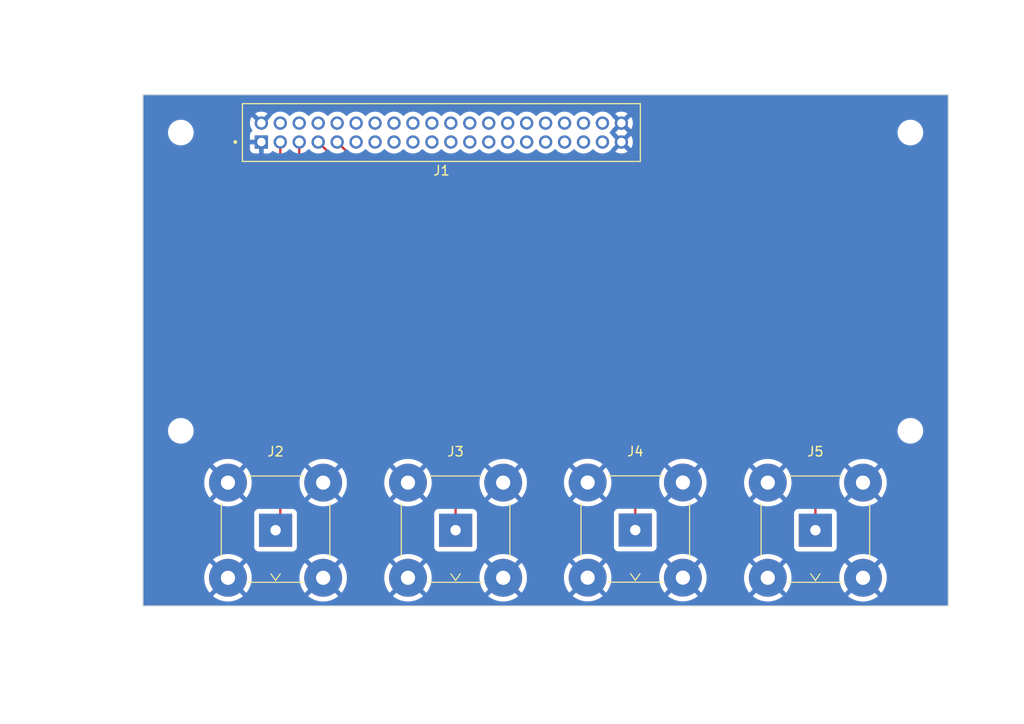
<source format=kicad_pcb>
(kicad_pcb (version 20221018) (generator pcbnew)
  (layers (0 "F.Cu" signal) (31 "B.Cu" signal) (34 "B.Paste" user) (35 "F.Paste" user) (36 "B.SilkS" user "B.Silkscreen") (37 "F.SilkS" user "F.Silkscreen") (38 "B.Mask" user) (39 "F.Mask" user) (44 "Edge.Cuts" user))
  (net 0 "")
  (net 1 "HD_GPIO_0")
  (net 2 "GND")
  (net 3 "HD_GPIO_1")
  (net 4 "HD_GPIO_2")
  (net 5 "HD_GPIO_3")
  (net 6 "HD_GPIO_4")
  (net 7 "HD_GPIO_5")
  (net 8 "HD_GPIO_6")
  (net 9 "HD_GPIO_7")
  (net 10 "POWER_PB_B")
  (net 11 "PS_POR_PB_B")
  (net 12 "MIO38_SPI0_SCLK")
  (net 13 "MIO42_SPI0_MISO")
  (net 14 "MIO41_SPI0_CS")
  (net 15 "MIO43_SPI0_MOSI")
  (net 16 "LSEXP_I2C0_SCL")
  (net 17 "HD_GPIO_9")
  (net 18 "HD_GPIO_10")
  (net 19 "LSEXP_I2C0_SDA")
  (net 20 "LSEXP_I2C1_SCL")
  (net 21 "HD_GPIO_11")
  (net 22 "LSEXP_I2C1_SDA")
  (net 23 "HD_GPIO_12")
  (net 24 "MIO45_PS_GPIO1_5")
  (net 25 "MIO37_PS_GPIO1_1")
  (net 26 "MIO40_PS_GPIO1_3")
  (net 27 "HD_GPIO_13")
  (net 28 "HD_GPIO_14")
  (net 29 "HD_GPIO_15")
  (net 30 "HD_GPIO_8")
  (net 31 "VCC_PSAUX")
  (net 32 "VSYS_IN")
  (net 33 "VCC_5V0")
  (net 34 "MIO36_PS_GPIO1_5")
  (net 35 "MIO39_PS_GPIO1_3")
  (net 36 "MIO44_PS_GPIO1_1")
  (footprint "models:AMPHENOL_98414-G06-40ULF" (layer "F.Cu") (at 111.5 90)
    (fp_text reference "J1" (at 0.01 4.02 -360) (layer "F.SilkS"))
    (fp_text value "98414-G06-40ULF")
    (fp_line (start -21 -3.05) (end 21 -3.05) (stroke (width 0.127)) (layer "F.SilkS"))
    (fp_line (start -21 3.05) (end -21 -3.05) (stroke (width 0.127)) (layer "F.SilkS"))
    (fp_line (start 21 -3.05) (end 21 3.05) (stroke (width 0.127)) (layer "F.SilkS"))
    (fp_line (start 21 3.05) (end -21 3.05) (stroke (width 0.127)) (layer "F.SilkS"))
    (fp_circle (center -21.75 1) (end -21.65 1) (stroke (width 0.2)) (fill none) (layer "F.SilkS"))
    (pad "A01" thru_hole rect (at -19 1) (size 1.408 1.408) (drill 0.9) (layers "*.Cu" "*.Mask") (net 2 "GND"))
    (pad "A02" thru_hole circle (at -17 1) (size 1.408 1.408) (drill 0.9) (layers "*.Cu" "*.Mask") (net 1 "HD_GPIO_0"))
    (pad "A03" thru_hole circle (at -15 1) (size 1.408 1.408) (drill 0.9) (layers "*.Cu" "*.Mask") (net 3 "HD_GPIO_1"))
    (pad "A04" thru_hole circle (at -13 1) (size 1.408 1.408) (drill 0.9) (layers "*.Cu" "*.Mask") (net 4 "HD_GPIO_2"))
    (pad "A05" thru_hole circle (at -11 1) (size 1.408 1.408) (drill 0.9) (layers "*.Cu" "*.Mask") (net 5 "HD_GPIO_3"))
    (pad "A06" thru_hole circle (at -9 1) (size 1.408 1.408) (drill 0.9) (layers "*.Cu" "*.Mask") (net 6 "HD_GPIO_4"))
    (pad "A07" thru_hole circle (at -7 1) (size 1.408 1.408) (drill 0.9) (layers "*.Cu" "*.Mask") (net 7 "HD_GPIO_5"))
    (pad "A08" thru_hole circle (at -5 1) (size 1.408 1.408) (drill 0.9) (layers "*.Cu" "*.Mask") (net 16 "LSEXP_I2C0_SCL"))
    (pad "A09" thru_hole circle (at -3 1) (size 1.408 1.408) (drill 0.9) (layers "*.Cu" "*.Mask") (net 19 "LSEXP_I2C0_SDA"))
    (pad "A10" thru_hole circle (at -1 1) (size 1.408 1.408) (drill 0.9) (layers "*.Cu" "*.Mask") (net 20 "LSEXP_I2C1_SCL"))
    (pad "A11" thru_hole circle (at 1 1) (size 1.408 1.408) (drill 0.9) (layers "*.Cu" "*.Mask") (net 22 "LSEXP_I2C1_SDA"))
    (pad "A12" thru_hole circle (at 3 1) (size 1.408 1.408) (drill 0.9) (layers "*.Cu" "*.Mask") (net 34 "MIO36_PS_GPIO1_5"))
    (pad "A13" thru_hole circle (at 5 1) (size 1.408 1.408) (drill 0.9) (layers "*.Cu" "*.Mask") (net 35 "MIO39_PS_GPIO1_3"))
    (pad "A14" thru_hole circle (at 7 1) (size 1.408 1.408) (drill 0.9) (layers "*.Cu" "*.Mask") (net 36 "MIO44_PS_GPIO1_1"))
    (pad "A15" thru_hole circle (at 9 1) (size 1.408 1.408) (drill 0.9) (layers "*.Cu" "*.Mask") (net 8 "HD_GPIO_6"))
    (pad "A16" thru_hole circle (at 11 1) (size 1.408 1.408) (drill 0.9) (layers "*.Cu" "*.Mask") (net 9 "HD_GPIO_7"))
    (pad "A17" thru_hole circle (at 13 1) (size 1.408 1.408) (drill 0.9) (layers "*.Cu" "*.Mask") (net 30 "HD_GPIO_8"))
    (pad "A18" thru_hole circle (at 15 1) (size 1.408 1.408) (drill 0.9) (layers "*.Cu" "*.Mask") (net 31 "VCC_PSAUX"))
    (pad "A19" thru_hole circle (at 17 1) (size 1.408 1.408) (drill 0.9) (layers "*.Cu" "*.Mask") (net 33 "VCC_5V0"))
    (pad "A20" thru_hole circle (at 19 1) (size 1.408 1.408) (drill 0.9) (layers "*.Cu" "*.Mask") (net 2 "GND"))
    (pad "B01" thru_hole circle (at -19 -1) (size 1.408 1.408) (drill 0.9) (layers "*.Cu" "*.Mask") (net 2 "GND"))
    (pad "B02" thru_hole circle (at -17 -1) (size 1.408 1.408) (drill 0.9) (layers "*.Cu" "*.Mask") (net 10 "POWER_PB_B"))
    (pad "B03" thru_hole circle (at -15 -1) (size 1.408 1.408) (drill 0.9) (layers "*.Cu" "*.Mask") (net 11 "PS_POR_PB_B"))
    (pad "B04" thru_hole circle (at -13 -1) (size 1.408 1.408) (drill 0.9) (layers "*.Cu" "*.Mask") (net 12 "MIO38_SPI0_SCLK"))
    (pad "B05" thru_hole circle (at -11 -1) (size 1.408 1.408) (drill 0.9) (layers "*.Cu" "*.Mask") (net 13 "MIO42_SPI0_MISO"))
    (pad "B06" thru_hole circle (at -9 -1) (size 1.408 1.408) (drill 0.9) (layers "*.Cu" "*.Mask") (net 14 "MIO41_SPI0_CS"))
    (pad "B07" thru_hole circle (at -7 -1) (size 1.408 1.408) (drill 0.9) (layers "*.Cu" "*.Mask") (net 15 "MIO43_SPI0_MOSI"))
    (pad "B08" thru_hole circle (at -5 -1) (size 1.408 1.408) (drill 0.9) (layers "*.Cu" "*.Mask") (net 17 "HD_GPIO_9"))
    (pad "B09" thru_hole circle (at -3 -1) (size 1.408 1.408) (drill 0.9) (layers "*.Cu" "*.Mask") (net 18 "HD_GPIO_10"))
    (pad "B10" thru_hole circle (at -1 -1) (size 1.408 1.408) (drill 0.9) (layers "*.Cu" "*.Mask") (net 21 "HD_GPIO_11"))
    (pad "B11" thru_hole circle (at 1 -1) (size 1.408 1.408) (drill 0.9) (layers "*.Cu" "*.Mask") (net 23 "HD_GPIO_12"))
    (pad "B12" thru_hole circle (at 3 -1) (size 1.408 1.408) (drill 0.9) (layers "*.Cu" "*.Mask") (net 25 "MIO37_PS_GPIO1_1"))
    (pad "B13" thru_hole circle (at 5 -1) (size 1.408 1.408) (drill 0.9) (layers "*.Cu" "*.Mask") (net 26 "MIO40_PS_GPIO1_3"))
    (pad "B14" thru_hole circle (at 7 -1) (size 1.408 1.408) (drill 0.9) (layers "*.Cu" "*.Mask") (net 24 "MIO45_PS_GPIO1_5"))
    (pad "B15" thru_hole circle (at 9 -1) (size 1.408 1.408) (drill 0.9) (layers "*.Cu" "*.Mask") (net 27 "HD_GPIO_13"))
    (pad "B16" thru_hole circle (at 11 -1) (size 1.408 1.408) (drill 0.9) (layers "*.Cu" "*.Mask") (net 28 "HD_GPIO_14"))
    (pad "B17" thru_hole circle (at 13 -1) (size 1.408 1.408) (drill 0.9) (layers "*.Cu" "*.Mask") (net 29 "HD_GPIO_15"))
    (pad "B18" thru_hole circle (at 15 -1) (size 1.408 1.408) (drill 0.9) (layers "*.Cu" "*.Mask") (net 32 "VSYS_IN"))
    (pad "B19" thru_hole circle (at 17 -1) (size 1.408 1.408) (drill 0.9) (layers "*.Cu" "*.Mask") (net 32 "VSYS_IN"))
    (pad "B20" thru_hole circle (at 19 -1) (size 1.408 1.408) (drill 0.9) (layers "*.Cu" "*.Mask") (net 2 "GND"))
  )
  (footprint "MountingHole:MountingHole_2.2mm_M2" (layer "F.Cu") (at 84 121.5)
    (fp_text reference "REF**" hide)
    (fp_text value "MountingHole_2.2mm_M2" hide)
    (pad "" np_thru_hole circle (at 0 0) (size 2.2 2.2) (drill 2.2) (layers "*.Cu" "*.Mask"))
  )
  (footprint "MountingHole:MountingHole_2.2mm_M2" (layer "F.Cu") (at 161 90)
    (fp_text reference "REF**" hide)
    (fp_text value "MountingHole_2.2mm_M2" hide)
    (pad "" np_thru_hole circle (at 0 0) (size 2.2 2.2) (drill 2.2) (layers "F&B.Cu" "*.Mask"))
  )
  (footprint "Connector_Coaxial:BNC_TEConnectivity_1478035_Horizontal" (layer "F.Cu") (at 113 132 180)
    (fp_text reference "J3" (at 0 8.3) (layer "F.SilkS"))
    (fp_text value "Conn_Coaxial")
    (fp_line (start -5.73 -2.825) (end -5.73 2.825) (stroke (width 0.12)) (layer "F.SilkS"))
    (fp_line (start -2.825 5.73) (end 2.825 5.73) (stroke (width 0.12)) (layer "F.SilkS"))
    (fp_line (start 0 -5.3) (end -0.5 -4.6) (stroke (width 0.12)) (layer "F.SilkS"))
    (fp_line (start 0 -5.3) (end 0.5 -4.6) (stroke (width 0.12)) (layer "F.SilkS"))
    (fp_line (start 2.825 -5.5) (end -2.825 -5.5) (stroke (width 0.12)) (layer "F.SilkS"))
    (fp_line (start 5.73 2.825) (end 5.73 -2.825) (stroke (width 0.12)) (layer "F.SilkS"))
    (pad "1" thru_hole rect (at 0 0 180) (size 3.5 3.5) (drill 1.1) (layers "*.Cu" "*.Mask") (net 3 "HD_GPIO_1"))
    (pad "2" thru_hole circle (at -5.025 -5.025 180) (size 4 4) (drill 1.5) (layers "*.Cu" "*.Mask") (net 2 "GND"))
    (pad "2" thru_hole circle (at -5.025 5.025 180) (size 4 4) (drill 1.5) (layers "*.Cu" "*.Mask") (net 2 "GND"))
    (pad "2" thru_hole circle (at 5.025 -5.025 180) (size 4 4) (drill 1.5) (layers "*.Cu" "*.Mask") (net 2 "GND"))
    (pad "2" thru_hole circle (at 5.025 5.025 180) (size 4 4) (drill 1.5) (layers "*.Cu" "*.Mask") (net 2 "GND"))
  )
  (footprint "MountingHole:MountingHole_2.2mm_M2" (layer "F.Cu") (at 161 121.5)
    (fp_text reference "REF**" hide)
    (fp_text value "MountingHole_2.2mm_M2" hide)
    (pad "" np_thru_hole circle (at 0 0) (size 2.2 2.2) (drill 2.2) (layers "F&B.Cu" "*.Mask"))
  )
  (footprint "MountingHole:MountingHole_2.2mm_M2" (layer "F.Cu") (at 84 90)
    (fp_text reference "REF**" hide)
    (fp_text value "MountingHole_2.2mm_M2" hide)
    (pad "" np_thru_hole circle (at 0 0) (size 2.2 2.2) (drill 2.2) (layers "F&B.Cu" "*.Mask"))
  )
  (footprint "Connector_Coaxial:BNC_TEConnectivity_1478035_Horizontal" (layer "F.Cu") (at 150.975 132 180)
    (fp_text reference "J5" (at 0 8.3) (layer "F.SilkS"))
    (fp_text value "Conn_Coaxial")
    (fp_line (start -5.73 -2.825) (end -5.73 2.825) (stroke (width 0.12)) (layer "F.SilkS"))
    (fp_line (start -2.825 5.73) (end 2.825 5.73) (stroke (width 0.12)) (layer "F.SilkS"))
    (fp_line (start 0 -5.3) (end -0.5 -4.6) (stroke (width 0.12)) (layer "F.SilkS"))
    (fp_line (start 0 -5.3) (end 0.5 -4.6) (stroke (width 0.12)) (layer "F.SilkS"))
    (fp_line (start 2.825 -5.5) (end -2.825 -5.5) (stroke (width 0.12)) (layer "F.SilkS"))
    (fp_line (start 5.73 2.825) (end 5.73 -2.825) (stroke (width 0.12)) (layer "F.SilkS"))
    (pad "1" thru_hole rect (at 0 0 180) (size 3.5 3.5) (drill 1.1) (layers "*.Cu" "*.Mask") (net 5 "HD_GPIO_3"))
    (pad "2" thru_hole circle (at -5.025 -5.025 180) (size 4 4) (drill 1.5) (layers "*.Cu" "*.Mask") (net 2 "GND"))
    (pad "2" thru_hole circle (at -5.025 5.025 180) (size 4 4) (drill 1.5) (layers "*.Cu" "*.Mask") (net 2 "GND"))
    (pad "2" thru_hole circle (at 5.025 -5.025 180) (size 4 4) (drill 1.5) (layers "*.Cu" "*.Mask") (net 2 "GND"))
    (pad "2" thru_hole circle (at 5.025 5.025 180) (size 4 4) (drill 1.5) (layers "*.Cu" "*.Mask") (net 2 "GND"))
  )
  (footprint "Connector_Coaxial:BNC_TEConnectivity_1478035_Horizontal" (layer "F.Cu") (at 131.965 131.985 180)
    (fp_text reference "J4" (at 0 8.3) (layer "F.SilkS"))
    (fp_text value "Conn_Coaxial")
    (fp_line (start -5.73 -2.825) (end -5.73 2.825) (stroke (width 0.12)) (layer "F.SilkS"))
    (fp_line (start -2.825 5.73) (end 2.825 5.73) (stroke (width 0.12)) (layer "F.SilkS"))
    (fp_line (start 0 -5.3) (end -0.5 -4.6) (stroke (width 0.12)) (layer "F.SilkS"))
    (fp_line (start 0 -5.3) (end 0.5 -4.6) (stroke (width 0.12)) (layer "F.SilkS"))
    (fp_line (start 2.825 -5.5) (end -2.825 -5.5) (stroke (width 0.12)) (layer "F.SilkS"))
    (fp_line (start 5.73 2.825) (end 5.73 -2.825) (stroke (width 0.12)) (layer "F.SilkS"))
    (pad "1" thru_hole rect (at 0 0 180) (size 3.5 3.5) (drill 1.1) (layers "*.Cu" "*.Mask") (net 4 "HD_GPIO_2"))
    (pad "2" thru_hole circle (at -5.025 -5.025 180) (size 4 4) (drill 1.5) (layers "*.Cu" "*.Mask") (net 2 "GND"))
    (pad "2" thru_hole circle (at -5.025 5.025 180) (size 4 4) (drill 1.5) (layers "*.Cu" "*.Mask") (net 2 "GND"))
    (pad "2" thru_hole circle (at 5.025 -5.025 180) (size 4 4) (drill 1.5) (layers "*.Cu" "*.Mask") (net 2 "GND"))
    (pad "2" thru_hole circle (at 5.025 5.025 180) (size 4 4) (drill 1.5) (layers "*.Cu" "*.Mask") (net 2 "GND"))
  )
  (footprint "Connector_Coaxial:BNC_TEConnectivity_1478035_Horizontal" (layer "F.Cu") (at 94 132 180)
    (fp_text reference "J2" (at 0 8.3) (layer "F.SilkS"))
    (fp_text value "Conn_Coaxial")
    (fp_line (start -5.73 -2.825) (end -5.73 2.825) (stroke (width 0.12)) (layer "F.SilkS"))
    (fp_line (start -2.825 5.73) (end 2.825 5.73) (stroke (width 0.12)) (layer "F.SilkS"))
    (fp_line (start 0 -5.3) (end -0.5 -4.6) (stroke (width 0.12)) (layer "F.SilkS"))
    (fp_line (start 0 -5.3) (end 0.5 -4.6) (stroke (width 0.12)) (layer "F.SilkS"))
    (fp_line (start 2.825 -5.5) (end -2.825 -5.5) (stroke (width 0.12)) (layer "F.SilkS"))
    (fp_line (start 5.73 2.825) (end 5.73 -2.825) (stroke (width 0.12)) (layer "F.SilkS"))
    (pad "1" thru_hole rect (at 0 0 180) (size 3.5 3.5) (drill 1.1) (layers "*.Cu" "*.Mask") (net 1 "HD_GPIO_0"))
    (pad "2" thru_hole circle (at -5.025 -5.025 180) (size 4 4) (drill 1.5) (layers "*.Cu" "*.Mask") (net 2 "GND"))
    (pad "2" thru_hole circle (at -5.025 5.025 180) (size 4 4) (drill 1.5) (layers "*.Cu" "*.Mask") (net 2 "GND"))
    (pad "2" thru_hole circle (at 5.025 -5.025 180) (size 4 4) (drill 1.5) (layers "*.Cu" "*.Mask") (net 2 "GND"))
    (pad "2" thru_hole circle (at 5.025 5.025 180) (size 4 4) (drill 1.5) (layers "*.Cu" "*.Mask") (net 2 "GND"))
  )
  (gr_rect (start 80 86) (end 165 140) (stroke (width 0.1)) (fill none) (layer "Edge.Cuts"))
  (segment (start 94.5 91) (end 94.5 131.5) (width 0.25) (layer "F.Cu") (net 1))
  (segment (start 94.5 131.5) (end 94 132) (width 0.25) (layer "F.Cu") (net 1))
  (segment (start 96.5 91) (end 96.5 94.52) (width 0.25) (layer "F.Cu") (net 3))
  (segment (start 96.5 94.52) (end 113 111.02) (width 0.25) (layer "F.Cu") (net 3))
  (segment (start 113 111.02) (end 113 132) (width 0.25) (layer "F.Cu") (net 3))
  (segment (start 98.5 91) (end 131.965 124.465) (width 0.25) (layer "F.Cu") (net 4))
  (segment (start 131.965 124.465) (end 131.965 131.985) (width 0.25) (layer "F.Cu") (net 4))
  (segment (start 129.98 95.17) (end 150.975 116.165) (width 0.25) (layer "F.Cu") (net 5))
  (segment (start 100.5 91) (end 104.67 95.17) (width 0.25) (layer "F.Cu") (net 5))
  (segment (start 150.975 116.165) (end 150.975 132) (width 0.25) (layer "F.Cu") (net 5))
  (segment (start 104.67 95.17) (end 129.98 95.17) (width 0.25) (layer "F.Cu") (net 5))
  (zone (net 2) (net_name "GND") (layer "B.Cu") (connect_pads (clearance 0.5)) (min_thickness 0.25) (fill yes (thermal_gap 0.5) (thermal_bridge_width 0.5))
    (polygon (pts (xy 67.5 76) (xy 173 76) (xy 173 152.5) (xy 65.5 152.5)))
  )
)
</source>
